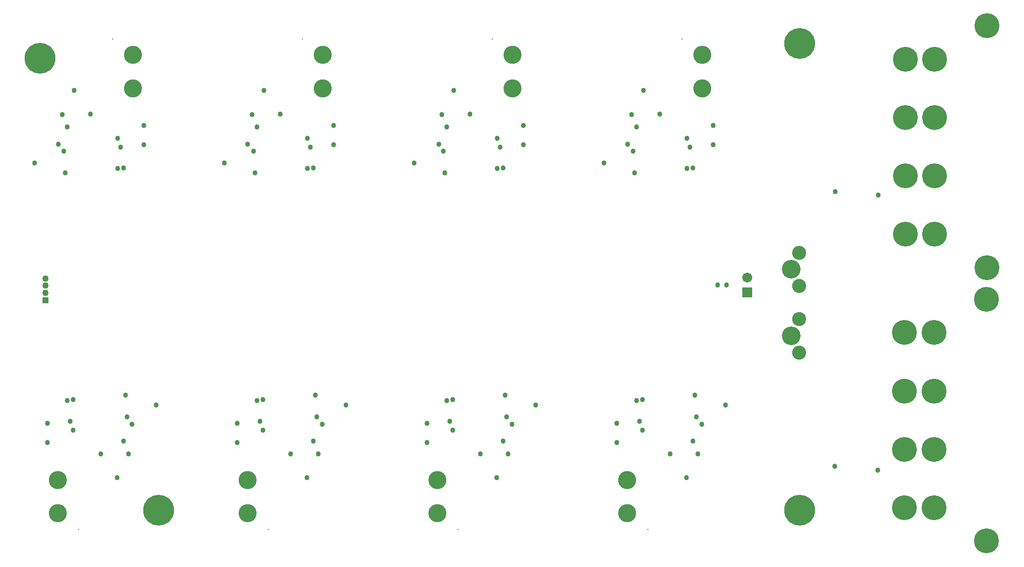
<source format=gbs>
G04 Layer_Color=16711935*
%FSLAX25Y25*%
%MOIN*%
G70*
G01*
G75*
%ADD61C,0.04343*%
%ADD62R,0.04343X0.04343*%
%ADD63C,0.12205*%
%ADD64C,0.00800*%
%ADD65C,0.16800*%
%ADD66C,0.06706*%
%ADD67R,0.06706X0.06706*%
%ADD68C,0.20800*%
%ADD69C,0.09461*%
%ADD70C,0.12611*%
%ADD71C,0.03400*%
D61*
X258780Y291342D02*
D03*
Y286421D02*
D03*
Y281500D02*
D03*
D62*
Y276579D02*
D03*
D63*
X395291Y155378D02*
D03*
Y132937D02*
D03*
X651291Y155378D02*
D03*
Y132937D02*
D03*
X523291Y155378D02*
D03*
Y132937D02*
D03*
X267291Y155378D02*
D03*
Y132937D02*
D03*
X317709Y419622D02*
D03*
Y442063D02*
D03*
X445709Y419622D02*
D03*
Y442063D02*
D03*
X573709Y419622D02*
D03*
Y442063D02*
D03*
X701709Y419622D02*
D03*
Y442063D02*
D03*
D64*
X408992Y122031D02*
D03*
X664992D02*
D03*
X536992D02*
D03*
X280992D02*
D03*
X304008Y452969D02*
D03*
X432008D02*
D03*
X560008D02*
D03*
X688008D02*
D03*
D65*
X893933Y461799D02*
D03*
Y298571D02*
D03*
X858500Y439240D02*
D03*
X838815D02*
D03*
Y399870D02*
D03*
X858500D02*
D03*
Y360500D02*
D03*
X838815D02*
D03*
Y321130D02*
D03*
X858500D02*
D03*
X893433Y277299D02*
D03*
Y114071D02*
D03*
X858000Y254740D02*
D03*
X838315D02*
D03*
Y215370D02*
D03*
X858000D02*
D03*
Y176000D02*
D03*
X838315D02*
D03*
Y136630D02*
D03*
X858000D02*
D03*
D66*
X732000Y292000D02*
D03*
D67*
Y282000D02*
D03*
D68*
X255000Y440000D02*
D03*
X335000Y135000D02*
D03*
X767500D02*
D03*
Y450000D02*
D03*
D69*
X767000Y263779D02*
D03*
Y241339D02*
D03*
Y308661D02*
D03*
Y286221D02*
D03*
D70*
X761724Y252559D02*
D03*
Y297441D02*
D03*
D71*
X696906Y212421D02*
D03*
X267500Y382000D02*
D03*
X395000D02*
D03*
X317000Y193000D02*
D03*
X712000Y287000D02*
D03*
X272094Y362579D02*
D03*
X271094Y377079D02*
D03*
X273500Y393500D02*
D03*
X325000Y394500D02*
D03*
X311500Y366000D02*
D03*
X325000Y381500D02*
D03*
X307500Y385974D02*
D03*
Y365500D02*
D03*
X270291Y402000D02*
D03*
X278000Y418079D02*
D03*
X289000Y402079D02*
D03*
X309500Y380000D02*
D03*
X251594Y369079D02*
D03*
X400095Y362579D02*
D03*
X399095Y377079D02*
D03*
X401500Y393500D02*
D03*
X453000Y394500D02*
D03*
X439500Y366000D02*
D03*
X453000Y381500D02*
D03*
X435500Y385974D02*
D03*
Y365500D02*
D03*
X398291Y402000D02*
D03*
X406000Y418079D02*
D03*
X417000Y402079D02*
D03*
X437500Y380000D02*
D03*
X379594Y369079D02*
D03*
X528094Y362579D02*
D03*
X527095Y377079D02*
D03*
X529500Y393500D02*
D03*
X581000Y394500D02*
D03*
X567500Y366000D02*
D03*
X581000Y381500D02*
D03*
X563500Y385974D02*
D03*
Y365500D02*
D03*
X526291Y402000D02*
D03*
X534000Y418079D02*
D03*
X545000Y402079D02*
D03*
X565500Y380000D02*
D03*
X524000Y382000D02*
D03*
X507594Y369079D02*
D03*
X656095Y362579D02*
D03*
X655094Y377079D02*
D03*
X657500Y393500D02*
D03*
X695500Y366000D02*
D03*
X709000Y394500D02*
D03*
X691500Y385974D02*
D03*
X709000Y381500D02*
D03*
X691500Y365500D02*
D03*
X654291Y402000D02*
D03*
X662000Y418079D02*
D03*
X673000Y402079D02*
D03*
X693500Y380000D02*
D03*
X651500Y382000D02*
D03*
X635595Y369079D02*
D03*
X312906Y212421D02*
D03*
X313906Y197921D02*
D03*
X311500Y181500D02*
D03*
X273500Y209000D02*
D03*
X260000Y180500D02*
D03*
X277500Y189026D02*
D03*
X260000Y193500D02*
D03*
X277500Y209500D02*
D03*
X314709Y173000D02*
D03*
X307000Y156921D02*
D03*
X296000Y172921D02*
D03*
X275500Y195000D02*
D03*
X333405Y205921D02*
D03*
X440906Y212421D02*
D03*
X441905Y197921D02*
D03*
X439500Y181500D02*
D03*
X401500Y209000D02*
D03*
X388000Y180500D02*
D03*
X405500Y189026D02*
D03*
X388000Y193500D02*
D03*
X405500Y209500D02*
D03*
X442709Y173000D02*
D03*
X435000Y156921D02*
D03*
X424000Y172921D02*
D03*
X403500Y195000D02*
D03*
X445500Y193000D02*
D03*
X461406Y205921D02*
D03*
X697905Y197921D02*
D03*
X695500Y181500D02*
D03*
X657500Y209000D02*
D03*
X644000Y180500D02*
D03*
X661500Y189026D02*
D03*
X644000Y193500D02*
D03*
X661500Y209500D02*
D03*
X698709Y173000D02*
D03*
X691000Y156921D02*
D03*
X680000Y172921D02*
D03*
X659500Y195000D02*
D03*
X701500Y193000D02*
D03*
X717406Y205921D02*
D03*
X533500Y209500D02*
D03*
X568905Y212421D02*
D03*
X569906Y197921D02*
D03*
X567500Y181500D02*
D03*
X529500Y209000D02*
D03*
X516000Y180500D02*
D03*
X533500Y189026D02*
D03*
X516000Y193500D02*
D03*
X570709Y173000D02*
D03*
X563000Y156921D02*
D03*
X552000Y172921D02*
D03*
X531500Y195000D02*
D03*
X573500Y193000D02*
D03*
X589405Y205921D02*
D03*
X820000Y162000D02*
D03*
X791000Y164500D02*
D03*
X791500Y350000D02*
D03*
X820500Y347500D02*
D03*
X718000Y287000D02*
D03*
M02*

</source>
